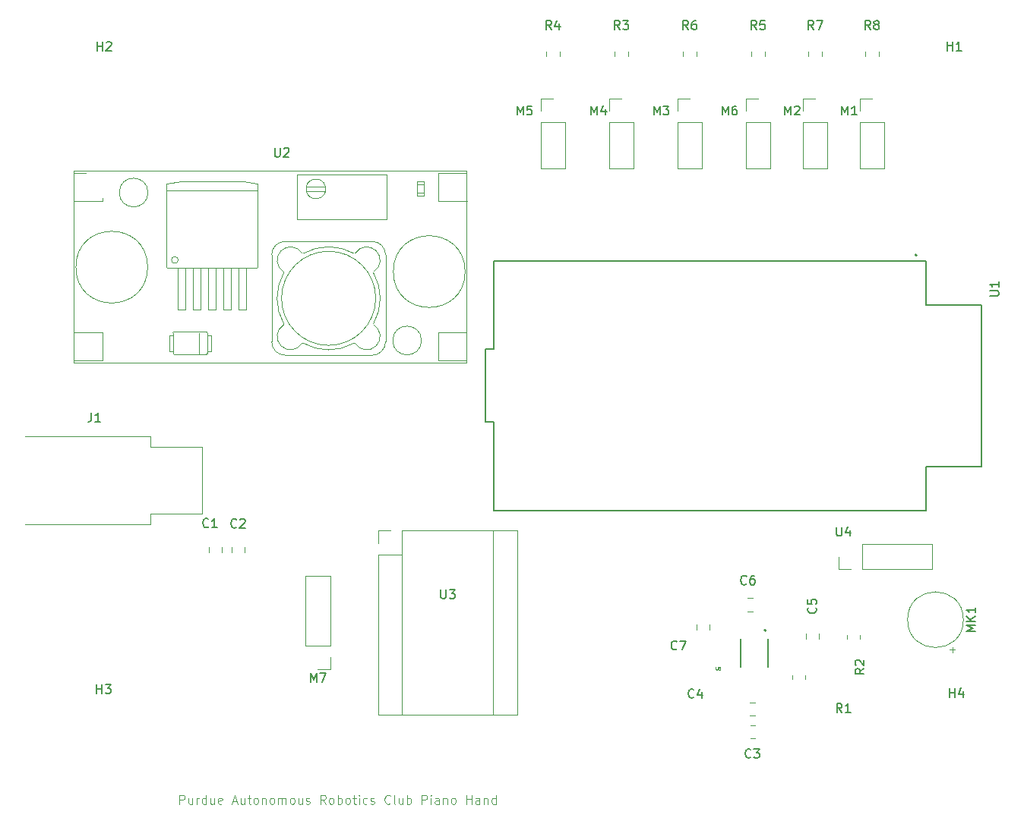
<source format=gto>
%TF.GenerationSoftware,KiCad,Pcbnew,9.0.4*%
%TF.CreationDate,2025-11-20T23:01:34-05:00*%
%TF.ProjectId,Hand_System_Rev_1,48616e64-5f53-4797-9374-656d5f526576,rev?*%
%TF.SameCoordinates,Original*%
%TF.FileFunction,Legend,Top*%
%TF.FilePolarity,Positive*%
%FSLAX46Y46*%
G04 Gerber Fmt 4.6, Leading zero omitted, Abs format (unit mm)*
G04 Created by KiCad (PCBNEW 9.0.4) date 2025-11-20 23:01:34*
%MOMM*%
%LPD*%
G01*
G04 APERTURE LIST*
%ADD10C,0.100000*%
%ADD11C,0.150000*%
%ADD12C,0.080000*%
%ADD13C,0.120000*%
%ADD14C,0.127000*%
%ADD15C,0.200000*%
G04 APERTURE END LIST*
D10*
X110158884Y-135127419D02*
X110158884Y-134127419D01*
X110158884Y-134127419D02*
X110539836Y-134127419D01*
X110539836Y-134127419D02*
X110635074Y-134175038D01*
X110635074Y-134175038D02*
X110682693Y-134222657D01*
X110682693Y-134222657D02*
X110730312Y-134317895D01*
X110730312Y-134317895D02*
X110730312Y-134460752D01*
X110730312Y-134460752D02*
X110682693Y-134555990D01*
X110682693Y-134555990D02*
X110635074Y-134603609D01*
X110635074Y-134603609D02*
X110539836Y-134651228D01*
X110539836Y-134651228D02*
X110158884Y-134651228D01*
X111587455Y-134460752D02*
X111587455Y-135127419D01*
X111158884Y-134460752D02*
X111158884Y-134984561D01*
X111158884Y-134984561D02*
X111206503Y-135079800D01*
X111206503Y-135079800D02*
X111301741Y-135127419D01*
X111301741Y-135127419D02*
X111444598Y-135127419D01*
X111444598Y-135127419D02*
X111539836Y-135079800D01*
X111539836Y-135079800D02*
X111587455Y-135032180D01*
X112063646Y-135127419D02*
X112063646Y-134460752D01*
X112063646Y-134651228D02*
X112111265Y-134555990D01*
X112111265Y-134555990D02*
X112158884Y-134508371D01*
X112158884Y-134508371D02*
X112254122Y-134460752D01*
X112254122Y-134460752D02*
X112349360Y-134460752D01*
X113111265Y-135127419D02*
X113111265Y-134127419D01*
X113111265Y-135079800D02*
X113016027Y-135127419D01*
X113016027Y-135127419D02*
X112825551Y-135127419D01*
X112825551Y-135127419D02*
X112730313Y-135079800D01*
X112730313Y-135079800D02*
X112682694Y-135032180D01*
X112682694Y-135032180D02*
X112635075Y-134936942D01*
X112635075Y-134936942D02*
X112635075Y-134651228D01*
X112635075Y-134651228D02*
X112682694Y-134555990D01*
X112682694Y-134555990D02*
X112730313Y-134508371D01*
X112730313Y-134508371D02*
X112825551Y-134460752D01*
X112825551Y-134460752D02*
X113016027Y-134460752D01*
X113016027Y-134460752D02*
X113111265Y-134508371D01*
X114016027Y-134460752D02*
X114016027Y-135127419D01*
X113587456Y-134460752D02*
X113587456Y-134984561D01*
X113587456Y-134984561D02*
X113635075Y-135079800D01*
X113635075Y-135079800D02*
X113730313Y-135127419D01*
X113730313Y-135127419D02*
X113873170Y-135127419D01*
X113873170Y-135127419D02*
X113968408Y-135079800D01*
X113968408Y-135079800D02*
X114016027Y-135032180D01*
X114873170Y-135079800D02*
X114777932Y-135127419D01*
X114777932Y-135127419D02*
X114587456Y-135127419D01*
X114587456Y-135127419D02*
X114492218Y-135079800D01*
X114492218Y-135079800D02*
X114444599Y-134984561D01*
X114444599Y-134984561D02*
X114444599Y-134603609D01*
X114444599Y-134603609D02*
X114492218Y-134508371D01*
X114492218Y-134508371D02*
X114587456Y-134460752D01*
X114587456Y-134460752D02*
X114777932Y-134460752D01*
X114777932Y-134460752D02*
X114873170Y-134508371D01*
X114873170Y-134508371D02*
X114920789Y-134603609D01*
X114920789Y-134603609D02*
X114920789Y-134698847D01*
X114920789Y-134698847D02*
X114444599Y-134794085D01*
X116063647Y-134841704D02*
X116539837Y-134841704D01*
X115968409Y-135127419D02*
X116301742Y-134127419D01*
X116301742Y-134127419D02*
X116635075Y-135127419D01*
X117396980Y-134460752D02*
X117396980Y-135127419D01*
X116968409Y-134460752D02*
X116968409Y-134984561D01*
X116968409Y-134984561D02*
X117016028Y-135079800D01*
X117016028Y-135079800D02*
X117111266Y-135127419D01*
X117111266Y-135127419D02*
X117254123Y-135127419D01*
X117254123Y-135127419D02*
X117349361Y-135079800D01*
X117349361Y-135079800D02*
X117396980Y-135032180D01*
X117730314Y-134460752D02*
X118111266Y-134460752D01*
X117873171Y-134127419D02*
X117873171Y-134984561D01*
X117873171Y-134984561D02*
X117920790Y-135079800D01*
X117920790Y-135079800D02*
X118016028Y-135127419D01*
X118016028Y-135127419D02*
X118111266Y-135127419D01*
X118587457Y-135127419D02*
X118492219Y-135079800D01*
X118492219Y-135079800D02*
X118444600Y-135032180D01*
X118444600Y-135032180D02*
X118396981Y-134936942D01*
X118396981Y-134936942D02*
X118396981Y-134651228D01*
X118396981Y-134651228D02*
X118444600Y-134555990D01*
X118444600Y-134555990D02*
X118492219Y-134508371D01*
X118492219Y-134508371D02*
X118587457Y-134460752D01*
X118587457Y-134460752D02*
X118730314Y-134460752D01*
X118730314Y-134460752D02*
X118825552Y-134508371D01*
X118825552Y-134508371D02*
X118873171Y-134555990D01*
X118873171Y-134555990D02*
X118920790Y-134651228D01*
X118920790Y-134651228D02*
X118920790Y-134936942D01*
X118920790Y-134936942D02*
X118873171Y-135032180D01*
X118873171Y-135032180D02*
X118825552Y-135079800D01*
X118825552Y-135079800D02*
X118730314Y-135127419D01*
X118730314Y-135127419D02*
X118587457Y-135127419D01*
X119349362Y-134460752D02*
X119349362Y-135127419D01*
X119349362Y-134555990D02*
X119396981Y-134508371D01*
X119396981Y-134508371D02*
X119492219Y-134460752D01*
X119492219Y-134460752D02*
X119635076Y-134460752D01*
X119635076Y-134460752D02*
X119730314Y-134508371D01*
X119730314Y-134508371D02*
X119777933Y-134603609D01*
X119777933Y-134603609D02*
X119777933Y-135127419D01*
X120396981Y-135127419D02*
X120301743Y-135079800D01*
X120301743Y-135079800D02*
X120254124Y-135032180D01*
X120254124Y-135032180D02*
X120206505Y-134936942D01*
X120206505Y-134936942D02*
X120206505Y-134651228D01*
X120206505Y-134651228D02*
X120254124Y-134555990D01*
X120254124Y-134555990D02*
X120301743Y-134508371D01*
X120301743Y-134508371D02*
X120396981Y-134460752D01*
X120396981Y-134460752D02*
X120539838Y-134460752D01*
X120539838Y-134460752D02*
X120635076Y-134508371D01*
X120635076Y-134508371D02*
X120682695Y-134555990D01*
X120682695Y-134555990D02*
X120730314Y-134651228D01*
X120730314Y-134651228D02*
X120730314Y-134936942D01*
X120730314Y-134936942D02*
X120682695Y-135032180D01*
X120682695Y-135032180D02*
X120635076Y-135079800D01*
X120635076Y-135079800D02*
X120539838Y-135127419D01*
X120539838Y-135127419D02*
X120396981Y-135127419D01*
X121158886Y-135127419D02*
X121158886Y-134460752D01*
X121158886Y-134555990D02*
X121206505Y-134508371D01*
X121206505Y-134508371D02*
X121301743Y-134460752D01*
X121301743Y-134460752D02*
X121444600Y-134460752D01*
X121444600Y-134460752D02*
X121539838Y-134508371D01*
X121539838Y-134508371D02*
X121587457Y-134603609D01*
X121587457Y-134603609D02*
X121587457Y-135127419D01*
X121587457Y-134603609D02*
X121635076Y-134508371D01*
X121635076Y-134508371D02*
X121730314Y-134460752D01*
X121730314Y-134460752D02*
X121873171Y-134460752D01*
X121873171Y-134460752D02*
X121968410Y-134508371D01*
X121968410Y-134508371D02*
X122016029Y-134603609D01*
X122016029Y-134603609D02*
X122016029Y-135127419D01*
X122635076Y-135127419D02*
X122539838Y-135079800D01*
X122539838Y-135079800D02*
X122492219Y-135032180D01*
X122492219Y-135032180D02*
X122444600Y-134936942D01*
X122444600Y-134936942D02*
X122444600Y-134651228D01*
X122444600Y-134651228D02*
X122492219Y-134555990D01*
X122492219Y-134555990D02*
X122539838Y-134508371D01*
X122539838Y-134508371D02*
X122635076Y-134460752D01*
X122635076Y-134460752D02*
X122777933Y-134460752D01*
X122777933Y-134460752D02*
X122873171Y-134508371D01*
X122873171Y-134508371D02*
X122920790Y-134555990D01*
X122920790Y-134555990D02*
X122968409Y-134651228D01*
X122968409Y-134651228D02*
X122968409Y-134936942D01*
X122968409Y-134936942D02*
X122920790Y-135032180D01*
X122920790Y-135032180D02*
X122873171Y-135079800D01*
X122873171Y-135079800D02*
X122777933Y-135127419D01*
X122777933Y-135127419D02*
X122635076Y-135127419D01*
X123825552Y-134460752D02*
X123825552Y-135127419D01*
X123396981Y-134460752D02*
X123396981Y-134984561D01*
X123396981Y-134984561D02*
X123444600Y-135079800D01*
X123444600Y-135079800D02*
X123539838Y-135127419D01*
X123539838Y-135127419D02*
X123682695Y-135127419D01*
X123682695Y-135127419D02*
X123777933Y-135079800D01*
X123777933Y-135079800D02*
X123825552Y-135032180D01*
X124254124Y-135079800D02*
X124349362Y-135127419D01*
X124349362Y-135127419D02*
X124539838Y-135127419D01*
X124539838Y-135127419D02*
X124635076Y-135079800D01*
X124635076Y-135079800D02*
X124682695Y-134984561D01*
X124682695Y-134984561D02*
X124682695Y-134936942D01*
X124682695Y-134936942D02*
X124635076Y-134841704D01*
X124635076Y-134841704D02*
X124539838Y-134794085D01*
X124539838Y-134794085D02*
X124396981Y-134794085D01*
X124396981Y-134794085D02*
X124301743Y-134746466D01*
X124301743Y-134746466D02*
X124254124Y-134651228D01*
X124254124Y-134651228D02*
X124254124Y-134603609D01*
X124254124Y-134603609D02*
X124301743Y-134508371D01*
X124301743Y-134508371D02*
X124396981Y-134460752D01*
X124396981Y-134460752D02*
X124539838Y-134460752D01*
X124539838Y-134460752D02*
X124635076Y-134508371D01*
X126444600Y-135127419D02*
X126111267Y-134651228D01*
X125873172Y-135127419D02*
X125873172Y-134127419D01*
X125873172Y-134127419D02*
X126254124Y-134127419D01*
X126254124Y-134127419D02*
X126349362Y-134175038D01*
X126349362Y-134175038D02*
X126396981Y-134222657D01*
X126396981Y-134222657D02*
X126444600Y-134317895D01*
X126444600Y-134317895D02*
X126444600Y-134460752D01*
X126444600Y-134460752D02*
X126396981Y-134555990D01*
X126396981Y-134555990D02*
X126349362Y-134603609D01*
X126349362Y-134603609D02*
X126254124Y-134651228D01*
X126254124Y-134651228D02*
X125873172Y-134651228D01*
X127016029Y-135127419D02*
X126920791Y-135079800D01*
X126920791Y-135079800D02*
X126873172Y-135032180D01*
X126873172Y-135032180D02*
X126825553Y-134936942D01*
X126825553Y-134936942D02*
X126825553Y-134651228D01*
X126825553Y-134651228D02*
X126873172Y-134555990D01*
X126873172Y-134555990D02*
X126920791Y-134508371D01*
X126920791Y-134508371D02*
X127016029Y-134460752D01*
X127016029Y-134460752D02*
X127158886Y-134460752D01*
X127158886Y-134460752D02*
X127254124Y-134508371D01*
X127254124Y-134508371D02*
X127301743Y-134555990D01*
X127301743Y-134555990D02*
X127349362Y-134651228D01*
X127349362Y-134651228D02*
X127349362Y-134936942D01*
X127349362Y-134936942D02*
X127301743Y-135032180D01*
X127301743Y-135032180D02*
X127254124Y-135079800D01*
X127254124Y-135079800D02*
X127158886Y-135127419D01*
X127158886Y-135127419D02*
X127016029Y-135127419D01*
X127777934Y-135127419D02*
X127777934Y-134127419D01*
X127777934Y-134508371D02*
X127873172Y-134460752D01*
X127873172Y-134460752D02*
X128063648Y-134460752D01*
X128063648Y-134460752D02*
X128158886Y-134508371D01*
X128158886Y-134508371D02*
X128206505Y-134555990D01*
X128206505Y-134555990D02*
X128254124Y-134651228D01*
X128254124Y-134651228D02*
X128254124Y-134936942D01*
X128254124Y-134936942D02*
X128206505Y-135032180D01*
X128206505Y-135032180D02*
X128158886Y-135079800D01*
X128158886Y-135079800D02*
X128063648Y-135127419D01*
X128063648Y-135127419D02*
X127873172Y-135127419D01*
X127873172Y-135127419D02*
X127777934Y-135079800D01*
X128825553Y-135127419D02*
X128730315Y-135079800D01*
X128730315Y-135079800D02*
X128682696Y-135032180D01*
X128682696Y-135032180D02*
X128635077Y-134936942D01*
X128635077Y-134936942D02*
X128635077Y-134651228D01*
X128635077Y-134651228D02*
X128682696Y-134555990D01*
X128682696Y-134555990D02*
X128730315Y-134508371D01*
X128730315Y-134508371D02*
X128825553Y-134460752D01*
X128825553Y-134460752D02*
X128968410Y-134460752D01*
X128968410Y-134460752D02*
X129063648Y-134508371D01*
X129063648Y-134508371D02*
X129111267Y-134555990D01*
X129111267Y-134555990D02*
X129158886Y-134651228D01*
X129158886Y-134651228D02*
X129158886Y-134936942D01*
X129158886Y-134936942D02*
X129111267Y-135032180D01*
X129111267Y-135032180D02*
X129063648Y-135079800D01*
X129063648Y-135079800D02*
X128968410Y-135127419D01*
X128968410Y-135127419D02*
X128825553Y-135127419D01*
X129444601Y-134460752D02*
X129825553Y-134460752D01*
X129587458Y-134127419D02*
X129587458Y-134984561D01*
X129587458Y-134984561D02*
X129635077Y-135079800D01*
X129635077Y-135079800D02*
X129730315Y-135127419D01*
X129730315Y-135127419D02*
X129825553Y-135127419D01*
X130158887Y-135127419D02*
X130158887Y-134460752D01*
X130158887Y-134127419D02*
X130111268Y-134175038D01*
X130111268Y-134175038D02*
X130158887Y-134222657D01*
X130158887Y-134222657D02*
X130206506Y-134175038D01*
X130206506Y-134175038D02*
X130158887Y-134127419D01*
X130158887Y-134127419D02*
X130158887Y-134222657D01*
X131063648Y-135079800D02*
X130968410Y-135127419D01*
X130968410Y-135127419D02*
X130777934Y-135127419D01*
X130777934Y-135127419D02*
X130682696Y-135079800D01*
X130682696Y-135079800D02*
X130635077Y-135032180D01*
X130635077Y-135032180D02*
X130587458Y-134936942D01*
X130587458Y-134936942D02*
X130587458Y-134651228D01*
X130587458Y-134651228D02*
X130635077Y-134555990D01*
X130635077Y-134555990D02*
X130682696Y-134508371D01*
X130682696Y-134508371D02*
X130777934Y-134460752D01*
X130777934Y-134460752D02*
X130968410Y-134460752D01*
X130968410Y-134460752D02*
X131063648Y-134508371D01*
X131444601Y-135079800D02*
X131539839Y-135127419D01*
X131539839Y-135127419D02*
X131730315Y-135127419D01*
X131730315Y-135127419D02*
X131825553Y-135079800D01*
X131825553Y-135079800D02*
X131873172Y-134984561D01*
X131873172Y-134984561D02*
X131873172Y-134936942D01*
X131873172Y-134936942D02*
X131825553Y-134841704D01*
X131825553Y-134841704D02*
X131730315Y-134794085D01*
X131730315Y-134794085D02*
X131587458Y-134794085D01*
X131587458Y-134794085D02*
X131492220Y-134746466D01*
X131492220Y-134746466D02*
X131444601Y-134651228D01*
X131444601Y-134651228D02*
X131444601Y-134603609D01*
X131444601Y-134603609D02*
X131492220Y-134508371D01*
X131492220Y-134508371D02*
X131587458Y-134460752D01*
X131587458Y-134460752D02*
X131730315Y-134460752D01*
X131730315Y-134460752D02*
X131825553Y-134508371D01*
X133635077Y-135032180D02*
X133587458Y-135079800D01*
X133587458Y-135079800D02*
X133444601Y-135127419D01*
X133444601Y-135127419D02*
X133349363Y-135127419D01*
X133349363Y-135127419D02*
X133206506Y-135079800D01*
X133206506Y-135079800D02*
X133111268Y-134984561D01*
X133111268Y-134984561D02*
X133063649Y-134889323D01*
X133063649Y-134889323D02*
X133016030Y-134698847D01*
X133016030Y-134698847D02*
X133016030Y-134555990D01*
X133016030Y-134555990D02*
X133063649Y-134365514D01*
X133063649Y-134365514D02*
X133111268Y-134270276D01*
X133111268Y-134270276D02*
X133206506Y-134175038D01*
X133206506Y-134175038D02*
X133349363Y-134127419D01*
X133349363Y-134127419D02*
X133444601Y-134127419D01*
X133444601Y-134127419D02*
X133587458Y-134175038D01*
X133587458Y-134175038D02*
X133635077Y-134222657D01*
X134206506Y-135127419D02*
X134111268Y-135079800D01*
X134111268Y-135079800D02*
X134063649Y-134984561D01*
X134063649Y-134984561D02*
X134063649Y-134127419D01*
X135016030Y-134460752D02*
X135016030Y-135127419D01*
X134587459Y-134460752D02*
X134587459Y-134984561D01*
X134587459Y-134984561D02*
X134635078Y-135079800D01*
X134635078Y-135079800D02*
X134730316Y-135127419D01*
X134730316Y-135127419D02*
X134873173Y-135127419D01*
X134873173Y-135127419D02*
X134968411Y-135079800D01*
X134968411Y-135079800D02*
X135016030Y-135032180D01*
X135492221Y-135127419D02*
X135492221Y-134127419D01*
X135492221Y-134508371D02*
X135587459Y-134460752D01*
X135587459Y-134460752D02*
X135777935Y-134460752D01*
X135777935Y-134460752D02*
X135873173Y-134508371D01*
X135873173Y-134508371D02*
X135920792Y-134555990D01*
X135920792Y-134555990D02*
X135968411Y-134651228D01*
X135968411Y-134651228D02*
X135968411Y-134936942D01*
X135968411Y-134936942D02*
X135920792Y-135032180D01*
X135920792Y-135032180D02*
X135873173Y-135079800D01*
X135873173Y-135079800D02*
X135777935Y-135127419D01*
X135777935Y-135127419D02*
X135587459Y-135127419D01*
X135587459Y-135127419D02*
X135492221Y-135079800D01*
X137158888Y-135127419D02*
X137158888Y-134127419D01*
X137158888Y-134127419D02*
X137539840Y-134127419D01*
X137539840Y-134127419D02*
X137635078Y-134175038D01*
X137635078Y-134175038D02*
X137682697Y-134222657D01*
X137682697Y-134222657D02*
X137730316Y-134317895D01*
X137730316Y-134317895D02*
X137730316Y-134460752D01*
X137730316Y-134460752D02*
X137682697Y-134555990D01*
X137682697Y-134555990D02*
X137635078Y-134603609D01*
X137635078Y-134603609D02*
X137539840Y-134651228D01*
X137539840Y-134651228D02*
X137158888Y-134651228D01*
X138158888Y-135127419D02*
X138158888Y-134460752D01*
X138158888Y-134127419D02*
X138111269Y-134175038D01*
X138111269Y-134175038D02*
X138158888Y-134222657D01*
X138158888Y-134222657D02*
X138206507Y-134175038D01*
X138206507Y-134175038D02*
X138158888Y-134127419D01*
X138158888Y-134127419D02*
X138158888Y-134222657D01*
X139063649Y-135127419D02*
X139063649Y-134603609D01*
X139063649Y-134603609D02*
X139016030Y-134508371D01*
X139016030Y-134508371D02*
X138920792Y-134460752D01*
X138920792Y-134460752D02*
X138730316Y-134460752D01*
X138730316Y-134460752D02*
X138635078Y-134508371D01*
X139063649Y-135079800D02*
X138968411Y-135127419D01*
X138968411Y-135127419D02*
X138730316Y-135127419D01*
X138730316Y-135127419D02*
X138635078Y-135079800D01*
X138635078Y-135079800D02*
X138587459Y-134984561D01*
X138587459Y-134984561D02*
X138587459Y-134889323D01*
X138587459Y-134889323D02*
X138635078Y-134794085D01*
X138635078Y-134794085D02*
X138730316Y-134746466D01*
X138730316Y-134746466D02*
X138968411Y-134746466D01*
X138968411Y-134746466D02*
X139063649Y-134698847D01*
X139539840Y-134460752D02*
X139539840Y-135127419D01*
X139539840Y-134555990D02*
X139587459Y-134508371D01*
X139587459Y-134508371D02*
X139682697Y-134460752D01*
X139682697Y-134460752D02*
X139825554Y-134460752D01*
X139825554Y-134460752D02*
X139920792Y-134508371D01*
X139920792Y-134508371D02*
X139968411Y-134603609D01*
X139968411Y-134603609D02*
X139968411Y-135127419D01*
X140587459Y-135127419D02*
X140492221Y-135079800D01*
X140492221Y-135079800D02*
X140444602Y-135032180D01*
X140444602Y-135032180D02*
X140396983Y-134936942D01*
X140396983Y-134936942D02*
X140396983Y-134651228D01*
X140396983Y-134651228D02*
X140444602Y-134555990D01*
X140444602Y-134555990D02*
X140492221Y-134508371D01*
X140492221Y-134508371D02*
X140587459Y-134460752D01*
X140587459Y-134460752D02*
X140730316Y-134460752D01*
X140730316Y-134460752D02*
X140825554Y-134508371D01*
X140825554Y-134508371D02*
X140873173Y-134555990D01*
X140873173Y-134555990D02*
X140920792Y-134651228D01*
X140920792Y-134651228D02*
X140920792Y-134936942D01*
X140920792Y-134936942D02*
X140873173Y-135032180D01*
X140873173Y-135032180D02*
X140825554Y-135079800D01*
X140825554Y-135079800D02*
X140730316Y-135127419D01*
X140730316Y-135127419D02*
X140587459Y-135127419D01*
X142111269Y-135127419D02*
X142111269Y-134127419D01*
X142111269Y-134603609D02*
X142682697Y-134603609D01*
X142682697Y-135127419D02*
X142682697Y-134127419D01*
X143587459Y-135127419D02*
X143587459Y-134603609D01*
X143587459Y-134603609D02*
X143539840Y-134508371D01*
X143539840Y-134508371D02*
X143444602Y-134460752D01*
X143444602Y-134460752D02*
X143254126Y-134460752D01*
X143254126Y-134460752D02*
X143158888Y-134508371D01*
X143587459Y-135079800D02*
X143492221Y-135127419D01*
X143492221Y-135127419D02*
X143254126Y-135127419D01*
X143254126Y-135127419D02*
X143158888Y-135079800D01*
X143158888Y-135079800D02*
X143111269Y-134984561D01*
X143111269Y-134984561D02*
X143111269Y-134889323D01*
X143111269Y-134889323D02*
X143158888Y-134794085D01*
X143158888Y-134794085D02*
X143254126Y-134746466D01*
X143254126Y-134746466D02*
X143492221Y-134746466D01*
X143492221Y-134746466D02*
X143587459Y-134698847D01*
X144063650Y-134460752D02*
X144063650Y-135127419D01*
X144063650Y-134555990D02*
X144111269Y-134508371D01*
X144111269Y-134508371D02*
X144206507Y-134460752D01*
X144206507Y-134460752D02*
X144349364Y-134460752D01*
X144349364Y-134460752D02*
X144444602Y-134508371D01*
X144444602Y-134508371D02*
X144492221Y-134603609D01*
X144492221Y-134603609D02*
X144492221Y-135127419D01*
X145396983Y-135127419D02*
X145396983Y-134127419D01*
X145396983Y-135079800D02*
X145301745Y-135127419D01*
X145301745Y-135127419D02*
X145111269Y-135127419D01*
X145111269Y-135127419D02*
X145016031Y-135079800D01*
X145016031Y-135079800D02*
X144968412Y-135032180D01*
X144968412Y-135032180D02*
X144920793Y-134936942D01*
X144920793Y-134936942D02*
X144920793Y-134651228D01*
X144920793Y-134651228D02*
X144968412Y-134555990D01*
X144968412Y-134555990D02*
X145016031Y-134508371D01*
X145016031Y-134508371D02*
X145111269Y-134460752D01*
X145111269Y-134460752D02*
X145301745Y-134460752D01*
X145301745Y-134460752D02*
X145396983Y-134508371D01*
D11*
X147780476Y-58239819D02*
X147780476Y-57239819D01*
X147780476Y-57239819D02*
X148113809Y-57954104D01*
X148113809Y-57954104D02*
X148447142Y-57239819D01*
X148447142Y-57239819D02*
X148447142Y-58239819D01*
X149399523Y-57239819D02*
X148923333Y-57239819D01*
X148923333Y-57239819D02*
X148875714Y-57716009D01*
X148875714Y-57716009D02*
X148923333Y-57668390D01*
X148923333Y-57668390D02*
X149018571Y-57620771D01*
X149018571Y-57620771D02*
X149256666Y-57620771D01*
X149256666Y-57620771D02*
X149351904Y-57668390D01*
X149351904Y-57668390D02*
X149399523Y-57716009D01*
X149399523Y-57716009D02*
X149447142Y-57811247D01*
X149447142Y-57811247D02*
X149447142Y-58049342D01*
X149447142Y-58049342D02*
X149399523Y-58144580D01*
X149399523Y-58144580D02*
X149351904Y-58192200D01*
X149351904Y-58192200D02*
X149256666Y-58239819D01*
X149256666Y-58239819D02*
X149018571Y-58239819D01*
X149018571Y-58239819D02*
X148923333Y-58192200D01*
X148923333Y-58192200D02*
X148875714Y-58144580D01*
X159218333Y-48714819D02*
X158885000Y-48238628D01*
X158646905Y-48714819D02*
X158646905Y-47714819D01*
X158646905Y-47714819D02*
X159027857Y-47714819D01*
X159027857Y-47714819D02*
X159123095Y-47762438D01*
X159123095Y-47762438D02*
X159170714Y-47810057D01*
X159170714Y-47810057D02*
X159218333Y-47905295D01*
X159218333Y-47905295D02*
X159218333Y-48048152D01*
X159218333Y-48048152D02*
X159170714Y-48143390D01*
X159170714Y-48143390D02*
X159123095Y-48191009D01*
X159123095Y-48191009D02*
X159027857Y-48238628D01*
X159027857Y-48238628D02*
X158646905Y-48238628D01*
X159551667Y-47714819D02*
X160170714Y-47714819D01*
X160170714Y-47714819D02*
X159837381Y-48095771D01*
X159837381Y-48095771D02*
X159980238Y-48095771D01*
X159980238Y-48095771D02*
X160075476Y-48143390D01*
X160075476Y-48143390D02*
X160123095Y-48191009D01*
X160123095Y-48191009D02*
X160170714Y-48286247D01*
X160170714Y-48286247D02*
X160170714Y-48524342D01*
X160170714Y-48524342D02*
X160123095Y-48619580D01*
X160123095Y-48619580D02*
X160075476Y-48667200D01*
X160075476Y-48667200D02*
X159980238Y-48714819D01*
X159980238Y-48714819D02*
X159694524Y-48714819D01*
X159694524Y-48714819D02*
X159599286Y-48667200D01*
X159599286Y-48667200D02*
X159551667Y-48619580D01*
X156035476Y-58239819D02*
X156035476Y-57239819D01*
X156035476Y-57239819D02*
X156368809Y-57954104D01*
X156368809Y-57954104D02*
X156702142Y-57239819D01*
X156702142Y-57239819D02*
X156702142Y-58239819D01*
X157606904Y-57573152D02*
X157606904Y-58239819D01*
X157368809Y-57192200D02*
X157130714Y-57906485D01*
X157130714Y-57906485D02*
X157749761Y-57906485D01*
X187158333Y-48714819D02*
X186825000Y-48238628D01*
X186586905Y-48714819D02*
X186586905Y-47714819D01*
X186586905Y-47714819D02*
X186967857Y-47714819D01*
X186967857Y-47714819D02*
X187063095Y-47762438D01*
X187063095Y-47762438D02*
X187110714Y-47810057D01*
X187110714Y-47810057D02*
X187158333Y-47905295D01*
X187158333Y-47905295D02*
X187158333Y-48048152D01*
X187158333Y-48048152D02*
X187110714Y-48143390D01*
X187110714Y-48143390D02*
X187063095Y-48191009D01*
X187063095Y-48191009D02*
X186967857Y-48238628D01*
X186967857Y-48238628D02*
X186586905Y-48238628D01*
X187729762Y-48143390D02*
X187634524Y-48095771D01*
X187634524Y-48095771D02*
X187586905Y-48048152D01*
X187586905Y-48048152D02*
X187539286Y-47952914D01*
X187539286Y-47952914D02*
X187539286Y-47905295D01*
X187539286Y-47905295D02*
X187586905Y-47810057D01*
X187586905Y-47810057D02*
X187634524Y-47762438D01*
X187634524Y-47762438D02*
X187729762Y-47714819D01*
X187729762Y-47714819D02*
X187920238Y-47714819D01*
X187920238Y-47714819D02*
X188015476Y-47762438D01*
X188015476Y-47762438D02*
X188063095Y-47810057D01*
X188063095Y-47810057D02*
X188110714Y-47905295D01*
X188110714Y-47905295D02*
X188110714Y-47952914D01*
X188110714Y-47952914D02*
X188063095Y-48048152D01*
X188063095Y-48048152D02*
X188015476Y-48095771D01*
X188015476Y-48095771D02*
X187920238Y-48143390D01*
X187920238Y-48143390D02*
X187729762Y-48143390D01*
X187729762Y-48143390D02*
X187634524Y-48191009D01*
X187634524Y-48191009D02*
X187586905Y-48238628D01*
X187586905Y-48238628D02*
X187539286Y-48333866D01*
X187539286Y-48333866D02*
X187539286Y-48524342D01*
X187539286Y-48524342D02*
X187586905Y-48619580D01*
X187586905Y-48619580D02*
X187634524Y-48667200D01*
X187634524Y-48667200D02*
X187729762Y-48714819D01*
X187729762Y-48714819D02*
X187920238Y-48714819D01*
X187920238Y-48714819D02*
X188015476Y-48667200D01*
X188015476Y-48667200D02*
X188063095Y-48619580D01*
X188063095Y-48619580D02*
X188110714Y-48524342D01*
X188110714Y-48524342D02*
X188110714Y-48333866D01*
X188110714Y-48333866D02*
X188063095Y-48238628D01*
X188063095Y-48238628D02*
X188015476Y-48191009D01*
X188015476Y-48191009D02*
X187920238Y-48143390D01*
X180808333Y-48714819D02*
X180475000Y-48238628D01*
X180236905Y-48714819D02*
X180236905Y-47714819D01*
X180236905Y-47714819D02*
X180617857Y-47714819D01*
X180617857Y-47714819D02*
X180713095Y-47762438D01*
X180713095Y-47762438D02*
X180760714Y-47810057D01*
X180760714Y-47810057D02*
X180808333Y-47905295D01*
X180808333Y-47905295D02*
X180808333Y-48048152D01*
X180808333Y-48048152D02*
X180760714Y-48143390D01*
X180760714Y-48143390D02*
X180713095Y-48191009D01*
X180713095Y-48191009D02*
X180617857Y-48238628D01*
X180617857Y-48238628D02*
X180236905Y-48238628D01*
X181141667Y-47714819D02*
X181808333Y-47714819D01*
X181808333Y-47714819D02*
X181379762Y-48714819D01*
X166838333Y-48714819D02*
X166505000Y-48238628D01*
X166266905Y-48714819D02*
X166266905Y-47714819D01*
X166266905Y-47714819D02*
X166647857Y-47714819D01*
X166647857Y-47714819D02*
X166743095Y-47762438D01*
X166743095Y-47762438D02*
X166790714Y-47810057D01*
X166790714Y-47810057D02*
X166838333Y-47905295D01*
X166838333Y-47905295D02*
X166838333Y-48048152D01*
X166838333Y-48048152D02*
X166790714Y-48143390D01*
X166790714Y-48143390D02*
X166743095Y-48191009D01*
X166743095Y-48191009D02*
X166647857Y-48238628D01*
X166647857Y-48238628D02*
X166266905Y-48238628D01*
X167695476Y-47714819D02*
X167505000Y-47714819D01*
X167505000Y-47714819D02*
X167409762Y-47762438D01*
X167409762Y-47762438D02*
X167362143Y-47810057D01*
X167362143Y-47810057D02*
X167266905Y-47952914D01*
X167266905Y-47952914D02*
X167219286Y-48143390D01*
X167219286Y-48143390D02*
X167219286Y-48524342D01*
X167219286Y-48524342D02*
X167266905Y-48619580D01*
X167266905Y-48619580D02*
X167314524Y-48667200D01*
X167314524Y-48667200D02*
X167409762Y-48714819D01*
X167409762Y-48714819D02*
X167600238Y-48714819D01*
X167600238Y-48714819D02*
X167695476Y-48667200D01*
X167695476Y-48667200D02*
X167743095Y-48619580D01*
X167743095Y-48619580D02*
X167790714Y-48524342D01*
X167790714Y-48524342D02*
X167790714Y-48286247D01*
X167790714Y-48286247D02*
X167743095Y-48191009D01*
X167743095Y-48191009D02*
X167695476Y-48143390D01*
X167695476Y-48143390D02*
X167600238Y-48095771D01*
X167600238Y-48095771D02*
X167409762Y-48095771D01*
X167409762Y-48095771D02*
X167314524Y-48143390D01*
X167314524Y-48143390D02*
X167266905Y-48191009D01*
X167266905Y-48191009D02*
X167219286Y-48286247D01*
X174458333Y-48714819D02*
X174125000Y-48238628D01*
X173886905Y-48714819D02*
X173886905Y-47714819D01*
X173886905Y-47714819D02*
X174267857Y-47714819D01*
X174267857Y-47714819D02*
X174363095Y-47762438D01*
X174363095Y-47762438D02*
X174410714Y-47810057D01*
X174410714Y-47810057D02*
X174458333Y-47905295D01*
X174458333Y-47905295D02*
X174458333Y-48048152D01*
X174458333Y-48048152D02*
X174410714Y-48143390D01*
X174410714Y-48143390D02*
X174363095Y-48191009D01*
X174363095Y-48191009D02*
X174267857Y-48238628D01*
X174267857Y-48238628D02*
X173886905Y-48238628D01*
X175363095Y-47714819D02*
X174886905Y-47714819D01*
X174886905Y-47714819D02*
X174839286Y-48191009D01*
X174839286Y-48191009D02*
X174886905Y-48143390D01*
X174886905Y-48143390D02*
X174982143Y-48095771D01*
X174982143Y-48095771D02*
X175220238Y-48095771D01*
X175220238Y-48095771D02*
X175315476Y-48143390D01*
X175315476Y-48143390D02*
X175363095Y-48191009D01*
X175363095Y-48191009D02*
X175410714Y-48286247D01*
X175410714Y-48286247D02*
X175410714Y-48524342D01*
X175410714Y-48524342D02*
X175363095Y-48619580D01*
X175363095Y-48619580D02*
X175315476Y-48667200D01*
X175315476Y-48667200D02*
X175220238Y-48714819D01*
X175220238Y-48714819D02*
X174982143Y-48714819D01*
X174982143Y-48714819D02*
X174886905Y-48667200D01*
X174886905Y-48667200D02*
X174839286Y-48619580D01*
X151598333Y-48714819D02*
X151265000Y-48238628D01*
X151026905Y-48714819D02*
X151026905Y-47714819D01*
X151026905Y-47714819D02*
X151407857Y-47714819D01*
X151407857Y-47714819D02*
X151503095Y-47762438D01*
X151503095Y-47762438D02*
X151550714Y-47810057D01*
X151550714Y-47810057D02*
X151598333Y-47905295D01*
X151598333Y-47905295D02*
X151598333Y-48048152D01*
X151598333Y-48048152D02*
X151550714Y-48143390D01*
X151550714Y-48143390D02*
X151503095Y-48191009D01*
X151503095Y-48191009D02*
X151407857Y-48238628D01*
X151407857Y-48238628D02*
X151026905Y-48238628D01*
X152455476Y-48048152D02*
X152455476Y-48714819D01*
X152217381Y-47667200D02*
X151979286Y-48381485D01*
X151979286Y-48381485D02*
X152598333Y-48381485D01*
X165568333Y-117834580D02*
X165520714Y-117882200D01*
X165520714Y-117882200D02*
X165377857Y-117929819D01*
X165377857Y-117929819D02*
X165282619Y-117929819D01*
X165282619Y-117929819D02*
X165139762Y-117882200D01*
X165139762Y-117882200D02*
X165044524Y-117786961D01*
X165044524Y-117786961D02*
X164996905Y-117691723D01*
X164996905Y-117691723D02*
X164949286Y-117501247D01*
X164949286Y-117501247D02*
X164949286Y-117358390D01*
X164949286Y-117358390D02*
X164996905Y-117167914D01*
X164996905Y-117167914D02*
X165044524Y-117072676D01*
X165044524Y-117072676D02*
X165139762Y-116977438D01*
X165139762Y-116977438D02*
X165282619Y-116929819D01*
X165282619Y-116929819D02*
X165377857Y-116929819D01*
X165377857Y-116929819D02*
X165520714Y-116977438D01*
X165520714Y-116977438D02*
X165568333Y-117025057D01*
X165901667Y-116929819D02*
X166568333Y-116929819D01*
X166568333Y-116929819D02*
X166139762Y-117929819D01*
X183388095Y-104229819D02*
X183388095Y-105039342D01*
X183388095Y-105039342D02*
X183435714Y-105134580D01*
X183435714Y-105134580D02*
X183483333Y-105182200D01*
X183483333Y-105182200D02*
X183578571Y-105229819D01*
X183578571Y-105229819D02*
X183769047Y-105229819D01*
X183769047Y-105229819D02*
X183864285Y-105182200D01*
X183864285Y-105182200D02*
X183911904Y-105134580D01*
X183911904Y-105134580D02*
X183959523Y-105039342D01*
X183959523Y-105039342D02*
X183959523Y-104229819D01*
X184864285Y-104563152D02*
X184864285Y-105229819D01*
X184626190Y-104182200D02*
X184388095Y-104896485D01*
X184388095Y-104896485D02*
X185007142Y-104896485D01*
X100334666Y-91474819D02*
X100334666Y-92189104D01*
X100334666Y-92189104D02*
X100287047Y-92331961D01*
X100287047Y-92331961D02*
X100191809Y-92427200D01*
X100191809Y-92427200D02*
X100048952Y-92474819D01*
X100048952Y-92474819D02*
X99953714Y-92474819D01*
X101334666Y-92474819D02*
X100763238Y-92474819D01*
X101048952Y-92474819D02*
X101048952Y-91474819D01*
X101048952Y-91474819D02*
X100953714Y-91617676D01*
X100953714Y-91617676D02*
X100858476Y-91712914D01*
X100858476Y-91712914D02*
X100763238Y-91760533D01*
X195988095Y-123204819D02*
X195988095Y-122204819D01*
X195988095Y-122681009D02*
X196559523Y-122681009D01*
X196559523Y-123204819D02*
X196559523Y-122204819D01*
X197464285Y-122538152D02*
X197464285Y-123204819D01*
X197226190Y-122157200D02*
X196988095Y-122871485D01*
X196988095Y-122871485D02*
X197607142Y-122871485D01*
X181059580Y-113216666D02*
X181107200Y-113264285D01*
X181107200Y-113264285D02*
X181154819Y-113407142D01*
X181154819Y-113407142D02*
X181154819Y-113502380D01*
X181154819Y-113502380D02*
X181107200Y-113645237D01*
X181107200Y-113645237D02*
X181011961Y-113740475D01*
X181011961Y-113740475D02*
X180916723Y-113788094D01*
X180916723Y-113788094D02*
X180726247Y-113835713D01*
X180726247Y-113835713D02*
X180583390Y-113835713D01*
X180583390Y-113835713D02*
X180392914Y-113788094D01*
X180392914Y-113788094D02*
X180297676Y-113740475D01*
X180297676Y-113740475D02*
X180202438Y-113645237D01*
X180202438Y-113645237D02*
X180154819Y-113502380D01*
X180154819Y-113502380D02*
X180154819Y-113407142D01*
X180154819Y-113407142D02*
X180202438Y-113264285D01*
X180202438Y-113264285D02*
X180250057Y-113216666D01*
X180154819Y-112311904D02*
X180154819Y-112788094D01*
X180154819Y-112788094D02*
X180631009Y-112835713D01*
X180631009Y-112835713D02*
X180583390Y-112788094D01*
X180583390Y-112788094D02*
X180535771Y-112692856D01*
X180535771Y-112692856D02*
X180535771Y-112454761D01*
X180535771Y-112454761D02*
X180583390Y-112359523D01*
X180583390Y-112359523D02*
X180631009Y-112311904D01*
X180631009Y-112311904D02*
X180726247Y-112264285D01*
X180726247Y-112264285D02*
X180964342Y-112264285D01*
X180964342Y-112264285D02*
X181059580Y-112311904D01*
X181059580Y-112311904D02*
X181107200Y-112359523D01*
X181107200Y-112359523D02*
X181154819Y-112454761D01*
X181154819Y-112454761D02*
X181154819Y-112692856D01*
X181154819Y-112692856D02*
X181107200Y-112788094D01*
X181107200Y-112788094D02*
X181059580Y-112835713D01*
X195738095Y-51054819D02*
X195738095Y-50054819D01*
X195738095Y-50531009D02*
X196309523Y-50531009D01*
X196309523Y-51054819D02*
X196309523Y-50054819D01*
X197309523Y-51054819D02*
X196738095Y-51054819D01*
X197023809Y-51054819D02*
X197023809Y-50054819D01*
X197023809Y-50054819D02*
X196928571Y-50197676D01*
X196928571Y-50197676D02*
X196833333Y-50292914D01*
X196833333Y-50292914D02*
X196738095Y-50340533D01*
D12*
X169936190Y-119838878D02*
X169936190Y-120097925D01*
X169936190Y-120097925D02*
X169951428Y-120128401D01*
X169951428Y-120128401D02*
X169966666Y-120143640D01*
X169966666Y-120143640D02*
X169997142Y-120158878D01*
X169997142Y-120158878D02*
X170058095Y-120158878D01*
X170058095Y-120158878D02*
X170088571Y-120143640D01*
X170088571Y-120143640D02*
X170103809Y-120128401D01*
X170103809Y-120128401D02*
X170119047Y-120097925D01*
X170119047Y-120097925D02*
X170119047Y-119838878D01*
X170423809Y-119838878D02*
X170271428Y-119838878D01*
X170271428Y-119838878D02*
X170256190Y-119991259D01*
X170256190Y-119991259D02*
X170271428Y-119976020D01*
X170271428Y-119976020D02*
X170301904Y-119960782D01*
X170301904Y-119960782D02*
X170378095Y-119960782D01*
X170378095Y-119960782D02*
X170408571Y-119976020D01*
X170408571Y-119976020D02*
X170423809Y-119991259D01*
X170423809Y-119991259D02*
X170439047Y-120021735D01*
X170439047Y-120021735D02*
X170439047Y-120097925D01*
X170439047Y-120097925D02*
X170423809Y-120128401D01*
X170423809Y-120128401D02*
X170408571Y-120143640D01*
X170408571Y-120143640D02*
X170378095Y-120158878D01*
X170378095Y-120158878D02*
X170301904Y-120158878D01*
X170301904Y-120158878D02*
X170271428Y-120143640D01*
X170271428Y-120143640D02*
X170256190Y-120128401D01*
D11*
X186435819Y-120016666D02*
X185959628Y-120349999D01*
X186435819Y-120588094D02*
X185435819Y-120588094D01*
X185435819Y-120588094D02*
X185435819Y-120207142D01*
X185435819Y-120207142D02*
X185483438Y-120111904D01*
X185483438Y-120111904D02*
X185531057Y-120064285D01*
X185531057Y-120064285D02*
X185626295Y-120016666D01*
X185626295Y-120016666D02*
X185769152Y-120016666D01*
X185769152Y-120016666D02*
X185864390Y-120064285D01*
X185864390Y-120064285D02*
X185912009Y-120111904D01*
X185912009Y-120111904D02*
X185959628Y-120207142D01*
X185959628Y-120207142D02*
X185959628Y-120588094D01*
X185531057Y-119635713D02*
X185483438Y-119588094D01*
X185483438Y-119588094D02*
X185435819Y-119492856D01*
X185435819Y-119492856D02*
X185435819Y-119254761D01*
X185435819Y-119254761D02*
X185483438Y-119159523D01*
X185483438Y-119159523D02*
X185531057Y-119111904D01*
X185531057Y-119111904D02*
X185626295Y-119064285D01*
X185626295Y-119064285D02*
X185721533Y-119064285D01*
X185721533Y-119064285D02*
X185864390Y-119111904D01*
X185864390Y-119111904D02*
X186435819Y-119683332D01*
X186435819Y-119683332D02*
X186435819Y-119064285D01*
X139272095Y-111214819D02*
X139272095Y-112024342D01*
X139272095Y-112024342D02*
X139319714Y-112119580D01*
X139319714Y-112119580D02*
X139367333Y-112167200D01*
X139367333Y-112167200D02*
X139462571Y-112214819D01*
X139462571Y-112214819D02*
X139653047Y-112214819D01*
X139653047Y-112214819D02*
X139748285Y-112167200D01*
X139748285Y-112167200D02*
X139795904Y-112119580D01*
X139795904Y-112119580D02*
X139843523Y-112024342D01*
X139843523Y-112024342D02*
X139843523Y-111214819D01*
X140224476Y-111214819D02*
X140843523Y-111214819D01*
X140843523Y-111214819D02*
X140510190Y-111595771D01*
X140510190Y-111595771D02*
X140653047Y-111595771D01*
X140653047Y-111595771D02*
X140748285Y-111643390D01*
X140748285Y-111643390D02*
X140795904Y-111691009D01*
X140795904Y-111691009D02*
X140843523Y-111786247D01*
X140843523Y-111786247D02*
X140843523Y-112024342D01*
X140843523Y-112024342D02*
X140795904Y-112119580D01*
X140795904Y-112119580D02*
X140748285Y-112167200D01*
X140748285Y-112167200D02*
X140653047Y-112214819D01*
X140653047Y-112214819D02*
X140367333Y-112214819D01*
X140367333Y-112214819D02*
X140272095Y-112167200D01*
X140272095Y-112167200D02*
X140224476Y-112119580D01*
X163020476Y-58239819D02*
X163020476Y-57239819D01*
X163020476Y-57239819D02*
X163353809Y-57954104D01*
X163353809Y-57954104D02*
X163687142Y-57239819D01*
X163687142Y-57239819D02*
X163687142Y-58239819D01*
X164068095Y-57239819D02*
X164687142Y-57239819D01*
X164687142Y-57239819D02*
X164353809Y-57620771D01*
X164353809Y-57620771D02*
X164496666Y-57620771D01*
X164496666Y-57620771D02*
X164591904Y-57668390D01*
X164591904Y-57668390D02*
X164639523Y-57716009D01*
X164639523Y-57716009D02*
X164687142Y-57811247D01*
X164687142Y-57811247D02*
X164687142Y-58049342D01*
X164687142Y-58049342D02*
X164639523Y-58144580D01*
X164639523Y-58144580D02*
X164591904Y-58192200D01*
X164591904Y-58192200D02*
X164496666Y-58239819D01*
X164496666Y-58239819D02*
X164210952Y-58239819D01*
X164210952Y-58239819D02*
X164115714Y-58192200D01*
X164115714Y-58192200D02*
X164068095Y-58144580D01*
X183983333Y-124914819D02*
X183650000Y-124438628D01*
X183411905Y-124914819D02*
X183411905Y-123914819D01*
X183411905Y-123914819D02*
X183792857Y-123914819D01*
X183792857Y-123914819D02*
X183888095Y-123962438D01*
X183888095Y-123962438D02*
X183935714Y-124010057D01*
X183935714Y-124010057D02*
X183983333Y-124105295D01*
X183983333Y-124105295D02*
X183983333Y-124248152D01*
X183983333Y-124248152D02*
X183935714Y-124343390D01*
X183935714Y-124343390D02*
X183888095Y-124391009D01*
X183888095Y-124391009D02*
X183792857Y-124438628D01*
X183792857Y-124438628D02*
X183411905Y-124438628D01*
X184935714Y-124914819D02*
X184364286Y-124914819D01*
X184650000Y-124914819D02*
X184650000Y-123914819D01*
X184650000Y-123914819D02*
X184554762Y-124057676D01*
X184554762Y-124057676D02*
X184459524Y-124152914D01*
X184459524Y-124152914D02*
X184364286Y-124200533D01*
X124746476Y-121534819D02*
X124746476Y-120534819D01*
X124746476Y-120534819D02*
X125079809Y-121249104D01*
X125079809Y-121249104D02*
X125413142Y-120534819D01*
X125413142Y-120534819D02*
X125413142Y-121534819D01*
X125794095Y-120534819D02*
X126460761Y-120534819D01*
X126460761Y-120534819D02*
X126032190Y-121534819D01*
X183975476Y-58239819D02*
X183975476Y-57239819D01*
X183975476Y-57239819D02*
X184308809Y-57954104D01*
X184308809Y-57954104D02*
X184642142Y-57239819D01*
X184642142Y-57239819D02*
X184642142Y-58239819D01*
X185642142Y-58239819D02*
X185070714Y-58239819D01*
X185356428Y-58239819D02*
X185356428Y-57239819D01*
X185356428Y-57239819D02*
X185261190Y-57382676D01*
X185261190Y-57382676D02*
X185165952Y-57477914D01*
X185165952Y-57477914D02*
X185070714Y-57525533D01*
X198860819Y-115879523D02*
X197860819Y-115879523D01*
X197860819Y-115879523D02*
X198575104Y-115546190D01*
X198575104Y-115546190D02*
X197860819Y-115212857D01*
X197860819Y-115212857D02*
X198860819Y-115212857D01*
X198860819Y-114736666D02*
X197860819Y-114736666D01*
X198860819Y-114165238D02*
X198289390Y-114593809D01*
X197860819Y-114165238D02*
X198432247Y-114736666D01*
X198860819Y-113212857D02*
X198860819Y-113784285D01*
X198860819Y-113498571D02*
X197860819Y-113498571D01*
X197860819Y-113498571D02*
X198003676Y-113593809D01*
X198003676Y-113593809D02*
X198098914Y-113689047D01*
X198098914Y-113689047D02*
X198146533Y-113784285D01*
X167473333Y-123221580D02*
X167425714Y-123269200D01*
X167425714Y-123269200D02*
X167282857Y-123316819D01*
X167282857Y-123316819D02*
X167187619Y-123316819D01*
X167187619Y-123316819D02*
X167044762Y-123269200D01*
X167044762Y-123269200D02*
X166949524Y-123173961D01*
X166949524Y-123173961D02*
X166901905Y-123078723D01*
X166901905Y-123078723D02*
X166854286Y-122888247D01*
X166854286Y-122888247D02*
X166854286Y-122745390D01*
X166854286Y-122745390D02*
X166901905Y-122554914D01*
X166901905Y-122554914D02*
X166949524Y-122459676D01*
X166949524Y-122459676D02*
X167044762Y-122364438D01*
X167044762Y-122364438D02*
X167187619Y-122316819D01*
X167187619Y-122316819D02*
X167282857Y-122316819D01*
X167282857Y-122316819D02*
X167425714Y-122364438D01*
X167425714Y-122364438D02*
X167473333Y-122412057D01*
X168330476Y-122650152D02*
X168330476Y-123316819D01*
X168092381Y-122269200D02*
X167854286Y-122983485D01*
X167854286Y-122983485D02*
X168473333Y-122983485D01*
X177625476Y-58239819D02*
X177625476Y-57239819D01*
X177625476Y-57239819D02*
X177958809Y-57954104D01*
X177958809Y-57954104D02*
X178292142Y-57239819D01*
X178292142Y-57239819D02*
X178292142Y-58239819D01*
X178720714Y-57335057D02*
X178768333Y-57287438D01*
X178768333Y-57287438D02*
X178863571Y-57239819D01*
X178863571Y-57239819D02*
X179101666Y-57239819D01*
X179101666Y-57239819D02*
X179196904Y-57287438D01*
X179196904Y-57287438D02*
X179244523Y-57335057D01*
X179244523Y-57335057D02*
X179292142Y-57430295D01*
X179292142Y-57430295D02*
X179292142Y-57525533D01*
X179292142Y-57525533D02*
X179244523Y-57668390D01*
X179244523Y-57668390D02*
X178673095Y-58239819D01*
X178673095Y-58239819D02*
X179292142Y-58239819D01*
X170640476Y-58239819D02*
X170640476Y-57239819D01*
X170640476Y-57239819D02*
X170973809Y-57954104D01*
X170973809Y-57954104D02*
X171307142Y-57239819D01*
X171307142Y-57239819D02*
X171307142Y-58239819D01*
X172211904Y-57239819D02*
X172021428Y-57239819D01*
X172021428Y-57239819D02*
X171926190Y-57287438D01*
X171926190Y-57287438D02*
X171878571Y-57335057D01*
X171878571Y-57335057D02*
X171783333Y-57477914D01*
X171783333Y-57477914D02*
X171735714Y-57668390D01*
X171735714Y-57668390D02*
X171735714Y-58049342D01*
X171735714Y-58049342D02*
X171783333Y-58144580D01*
X171783333Y-58144580D02*
X171830952Y-58192200D01*
X171830952Y-58192200D02*
X171926190Y-58239819D01*
X171926190Y-58239819D02*
X172116666Y-58239819D01*
X172116666Y-58239819D02*
X172211904Y-58192200D01*
X172211904Y-58192200D02*
X172259523Y-58144580D01*
X172259523Y-58144580D02*
X172307142Y-58049342D01*
X172307142Y-58049342D02*
X172307142Y-57811247D01*
X172307142Y-57811247D02*
X172259523Y-57716009D01*
X172259523Y-57716009D02*
X172211904Y-57668390D01*
X172211904Y-57668390D02*
X172116666Y-57620771D01*
X172116666Y-57620771D02*
X171926190Y-57620771D01*
X171926190Y-57620771D02*
X171830952Y-57668390D01*
X171830952Y-57668390D02*
X171783333Y-57716009D01*
X171783333Y-57716009D02*
X171735714Y-57811247D01*
X116499333Y-104229580D02*
X116451714Y-104277200D01*
X116451714Y-104277200D02*
X116308857Y-104324819D01*
X116308857Y-104324819D02*
X116213619Y-104324819D01*
X116213619Y-104324819D02*
X116070762Y-104277200D01*
X116070762Y-104277200D02*
X115975524Y-104181961D01*
X115975524Y-104181961D02*
X115927905Y-104086723D01*
X115927905Y-104086723D02*
X115880286Y-103896247D01*
X115880286Y-103896247D02*
X115880286Y-103753390D01*
X115880286Y-103753390D02*
X115927905Y-103562914D01*
X115927905Y-103562914D02*
X115975524Y-103467676D01*
X115975524Y-103467676D02*
X116070762Y-103372438D01*
X116070762Y-103372438D02*
X116213619Y-103324819D01*
X116213619Y-103324819D02*
X116308857Y-103324819D01*
X116308857Y-103324819D02*
X116451714Y-103372438D01*
X116451714Y-103372438D02*
X116499333Y-103420057D01*
X116880286Y-103420057D02*
X116927905Y-103372438D01*
X116927905Y-103372438D02*
X117023143Y-103324819D01*
X117023143Y-103324819D02*
X117261238Y-103324819D01*
X117261238Y-103324819D02*
X117356476Y-103372438D01*
X117356476Y-103372438D02*
X117404095Y-103420057D01*
X117404095Y-103420057D02*
X117451714Y-103515295D01*
X117451714Y-103515295D02*
X117451714Y-103610533D01*
X117451714Y-103610533D02*
X117404095Y-103753390D01*
X117404095Y-103753390D02*
X116832667Y-104324819D01*
X116832667Y-104324819D02*
X117451714Y-104324819D01*
X100918095Y-122794819D02*
X100918095Y-121794819D01*
X100918095Y-122271009D02*
X101489523Y-122271009D01*
X101489523Y-122794819D02*
X101489523Y-121794819D01*
X101870476Y-121794819D02*
X102489523Y-121794819D01*
X102489523Y-121794819D02*
X102156190Y-122175771D01*
X102156190Y-122175771D02*
X102299047Y-122175771D01*
X102299047Y-122175771D02*
X102394285Y-122223390D01*
X102394285Y-122223390D02*
X102441904Y-122271009D01*
X102441904Y-122271009D02*
X102489523Y-122366247D01*
X102489523Y-122366247D02*
X102489523Y-122604342D01*
X102489523Y-122604342D02*
X102441904Y-122699580D01*
X102441904Y-122699580D02*
X102394285Y-122747200D01*
X102394285Y-122747200D02*
X102299047Y-122794819D01*
X102299047Y-122794819D02*
X102013333Y-122794819D01*
X102013333Y-122794819D02*
X101918095Y-122747200D01*
X101918095Y-122747200D02*
X101870476Y-122699580D01*
X200458819Y-78440904D02*
X201268342Y-78440904D01*
X201268342Y-78440904D02*
X201363580Y-78393285D01*
X201363580Y-78393285D02*
X201411200Y-78345666D01*
X201411200Y-78345666D02*
X201458819Y-78250428D01*
X201458819Y-78250428D02*
X201458819Y-78059952D01*
X201458819Y-78059952D02*
X201411200Y-77964714D01*
X201411200Y-77964714D02*
X201363580Y-77917095D01*
X201363580Y-77917095D02*
X201268342Y-77869476D01*
X201268342Y-77869476D02*
X200458819Y-77869476D01*
X201458819Y-76869476D02*
X201458819Y-77440904D01*
X201458819Y-77155190D02*
X200458819Y-77155190D01*
X200458819Y-77155190D02*
X200601676Y-77250428D01*
X200601676Y-77250428D02*
X200696914Y-77345666D01*
X200696914Y-77345666D02*
X200744533Y-77440904D01*
X120778095Y-61914819D02*
X120778095Y-62724342D01*
X120778095Y-62724342D02*
X120825714Y-62819580D01*
X120825714Y-62819580D02*
X120873333Y-62867200D01*
X120873333Y-62867200D02*
X120968571Y-62914819D01*
X120968571Y-62914819D02*
X121159047Y-62914819D01*
X121159047Y-62914819D02*
X121254285Y-62867200D01*
X121254285Y-62867200D02*
X121301904Y-62819580D01*
X121301904Y-62819580D02*
X121349523Y-62724342D01*
X121349523Y-62724342D02*
X121349523Y-61914819D01*
X121778095Y-62010057D02*
X121825714Y-61962438D01*
X121825714Y-61962438D02*
X121920952Y-61914819D01*
X121920952Y-61914819D02*
X122159047Y-61914819D01*
X122159047Y-61914819D02*
X122254285Y-61962438D01*
X122254285Y-61962438D02*
X122301904Y-62010057D01*
X122301904Y-62010057D02*
X122349523Y-62105295D01*
X122349523Y-62105295D02*
X122349523Y-62200533D01*
X122349523Y-62200533D02*
X122301904Y-62343390D01*
X122301904Y-62343390D02*
X121730476Y-62914819D01*
X121730476Y-62914819D02*
X122349523Y-62914819D01*
X100983827Y-51084647D02*
X100983827Y-50084647D01*
X100983827Y-50560837D02*
X101555255Y-50560837D01*
X101555255Y-51084647D02*
X101555255Y-50084647D01*
X101983827Y-50179885D02*
X102031446Y-50132266D01*
X102031446Y-50132266D02*
X102126684Y-50084647D01*
X102126684Y-50084647D02*
X102364779Y-50084647D01*
X102364779Y-50084647D02*
X102460017Y-50132266D01*
X102460017Y-50132266D02*
X102507636Y-50179885D01*
X102507636Y-50179885D02*
X102555255Y-50275123D01*
X102555255Y-50275123D02*
X102555255Y-50370361D01*
X102555255Y-50370361D02*
X102507636Y-50513218D01*
X102507636Y-50513218D02*
X101936208Y-51084647D01*
X101936208Y-51084647D02*
X102555255Y-51084647D01*
X173329333Y-110563580D02*
X173281714Y-110611200D01*
X173281714Y-110611200D02*
X173138857Y-110658819D01*
X173138857Y-110658819D02*
X173043619Y-110658819D01*
X173043619Y-110658819D02*
X172900762Y-110611200D01*
X172900762Y-110611200D02*
X172805524Y-110515961D01*
X172805524Y-110515961D02*
X172757905Y-110420723D01*
X172757905Y-110420723D02*
X172710286Y-110230247D01*
X172710286Y-110230247D02*
X172710286Y-110087390D01*
X172710286Y-110087390D02*
X172757905Y-109896914D01*
X172757905Y-109896914D02*
X172805524Y-109801676D01*
X172805524Y-109801676D02*
X172900762Y-109706438D01*
X172900762Y-109706438D02*
X173043619Y-109658819D01*
X173043619Y-109658819D02*
X173138857Y-109658819D01*
X173138857Y-109658819D02*
X173281714Y-109706438D01*
X173281714Y-109706438D02*
X173329333Y-109754057D01*
X174186476Y-109658819D02*
X173996000Y-109658819D01*
X173996000Y-109658819D02*
X173900762Y-109706438D01*
X173900762Y-109706438D02*
X173853143Y-109754057D01*
X173853143Y-109754057D02*
X173757905Y-109896914D01*
X173757905Y-109896914D02*
X173710286Y-110087390D01*
X173710286Y-110087390D02*
X173710286Y-110468342D01*
X173710286Y-110468342D02*
X173757905Y-110563580D01*
X173757905Y-110563580D02*
X173805524Y-110611200D01*
X173805524Y-110611200D02*
X173900762Y-110658819D01*
X173900762Y-110658819D02*
X174091238Y-110658819D01*
X174091238Y-110658819D02*
X174186476Y-110611200D01*
X174186476Y-110611200D02*
X174234095Y-110563580D01*
X174234095Y-110563580D02*
X174281714Y-110468342D01*
X174281714Y-110468342D02*
X174281714Y-110230247D01*
X174281714Y-110230247D02*
X174234095Y-110135009D01*
X174234095Y-110135009D02*
X174186476Y-110087390D01*
X174186476Y-110087390D02*
X174091238Y-110039771D01*
X174091238Y-110039771D02*
X173900762Y-110039771D01*
X173900762Y-110039771D02*
X173805524Y-110087390D01*
X173805524Y-110087390D02*
X173757905Y-110135009D01*
X173757905Y-110135009D02*
X173710286Y-110230247D01*
X173823333Y-129899580D02*
X173775714Y-129947200D01*
X173775714Y-129947200D02*
X173632857Y-129994819D01*
X173632857Y-129994819D02*
X173537619Y-129994819D01*
X173537619Y-129994819D02*
X173394762Y-129947200D01*
X173394762Y-129947200D02*
X173299524Y-129851961D01*
X173299524Y-129851961D02*
X173251905Y-129756723D01*
X173251905Y-129756723D02*
X173204286Y-129566247D01*
X173204286Y-129566247D02*
X173204286Y-129423390D01*
X173204286Y-129423390D02*
X173251905Y-129232914D01*
X173251905Y-129232914D02*
X173299524Y-129137676D01*
X173299524Y-129137676D02*
X173394762Y-129042438D01*
X173394762Y-129042438D02*
X173537619Y-128994819D01*
X173537619Y-128994819D02*
X173632857Y-128994819D01*
X173632857Y-128994819D02*
X173775714Y-129042438D01*
X173775714Y-129042438D02*
X173823333Y-129090057D01*
X174156667Y-128994819D02*
X174775714Y-128994819D01*
X174775714Y-128994819D02*
X174442381Y-129375771D01*
X174442381Y-129375771D02*
X174585238Y-129375771D01*
X174585238Y-129375771D02*
X174680476Y-129423390D01*
X174680476Y-129423390D02*
X174728095Y-129471009D01*
X174728095Y-129471009D02*
X174775714Y-129566247D01*
X174775714Y-129566247D02*
X174775714Y-129804342D01*
X174775714Y-129804342D02*
X174728095Y-129899580D01*
X174728095Y-129899580D02*
X174680476Y-129947200D01*
X174680476Y-129947200D02*
X174585238Y-129994819D01*
X174585238Y-129994819D02*
X174299524Y-129994819D01*
X174299524Y-129994819D02*
X174204286Y-129947200D01*
X174204286Y-129947200D02*
X174156667Y-129899580D01*
X113366333Y-104179580D02*
X113318714Y-104227200D01*
X113318714Y-104227200D02*
X113175857Y-104274819D01*
X113175857Y-104274819D02*
X113080619Y-104274819D01*
X113080619Y-104274819D02*
X112937762Y-104227200D01*
X112937762Y-104227200D02*
X112842524Y-104131961D01*
X112842524Y-104131961D02*
X112794905Y-104036723D01*
X112794905Y-104036723D02*
X112747286Y-103846247D01*
X112747286Y-103846247D02*
X112747286Y-103703390D01*
X112747286Y-103703390D02*
X112794905Y-103512914D01*
X112794905Y-103512914D02*
X112842524Y-103417676D01*
X112842524Y-103417676D02*
X112937762Y-103322438D01*
X112937762Y-103322438D02*
X113080619Y-103274819D01*
X113080619Y-103274819D02*
X113175857Y-103274819D01*
X113175857Y-103274819D02*
X113318714Y-103322438D01*
X113318714Y-103322438D02*
X113366333Y-103370057D01*
X114318714Y-104274819D02*
X113747286Y-104274819D01*
X114033000Y-104274819D02*
X114033000Y-103274819D01*
X114033000Y-103274819D02*
X113937762Y-103417676D01*
X113937762Y-103417676D02*
X113842524Y-103512914D01*
X113842524Y-103512914D02*
X113747286Y-103560533D01*
D13*
%TO.C,M5*%
X153145000Y-59055000D02*
X153145000Y-64245000D01*
X150385000Y-64245000D02*
X153145000Y-64245000D01*
X150385000Y-59055000D02*
X153145000Y-59055000D01*
X150385000Y-59055000D02*
X150385000Y-64245000D01*
X150385000Y-57785000D02*
X150385000Y-56405000D01*
X150385000Y-56405000D02*
X151765000Y-56405000D01*
%TO.C,R3*%
X158650000Y-51207936D02*
X158650000Y-51662064D01*
X160120000Y-51207936D02*
X160120000Y-51662064D01*
%TO.C,M4*%
X160765000Y-59055000D02*
X160765000Y-64245000D01*
X158005000Y-64245000D02*
X160765000Y-64245000D01*
X158005000Y-59055000D02*
X160765000Y-59055000D01*
X158005000Y-59055000D02*
X158005000Y-64245000D01*
X158005000Y-57785000D02*
X158005000Y-56405000D01*
X158005000Y-56405000D02*
X159385000Y-56405000D01*
%TO.C,R8*%
X188060000Y-51207936D02*
X188060000Y-51662064D01*
X186590000Y-51207936D02*
X186590000Y-51662064D01*
%TO.C,R7*%
X181710000Y-51207936D02*
X181710000Y-51662064D01*
X180240000Y-51207936D02*
X180240000Y-51662064D01*
%TO.C,R6*%
X167740000Y-51207936D02*
X167740000Y-51662064D01*
X166270000Y-51207936D02*
X166270000Y-51662064D01*
%TO.C,R5*%
X175360000Y-51207936D02*
X175360000Y-51662064D01*
X173890000Y-51207936D02*
X173890000Y-51662064D01*
%TO.C,R4*%
X152500000Y-51207936D02*
X152500000Y-51662064D01*
X151030000Y-51207936D02*
X151030000Y-51662064D01*
%TO.C,C7*%
X167747000Y-115136748D02*
X167747000Y-115659252D01*
X169217000Y-115136748D02*
X169217000Y-115659252D01*
%TO.C,U4*%
X183612000Y-108904000D02*
X183612000Y-107524000D01*
X184992000Y-108904000D02*
X183612000Y-108904000D01*
X186262000Y-106144000D02*
X193992000Y-106144000D01*
X186262000Y-108904000D02*
X186262000Y-106144000D01*
X186262000Y-108904000D02*
X193992000Y-108904000D01*
X193992000Y-108904000D02*
X193992000Y-106144000D01*
%TO.C,J1*%
X92918000Y-103965000D02*
X106918000Y-103965000D01*
X106918000Y-94075000D02*
X92918000Y-94075000D01*
X106918000Y-95280000D02*
X106918000Y-94075000D01*
X106918000Y-102760000D02*
X112688000Y-102760000D01*
X106918000Y-103965000D02*
X106918000Y-102760000D01*
X112688000Y-95280000D02*
X106918000Y-95280000D01*
X112688000Y-102760000D02*
X112688000Y-95280000D01*
%TO.C,C5*%
X179939000Y-116675252D02*
X179939000Y-116152748D01*
X181409000Y-116675252D02*
X181409000Y-116152748D01*
D14*
%TO.C,U5*%
X172673000Y-116710000D02*
X172673000Y-119810000D01*
X175773000Y-116710000D02*
X175773000Y-119810000D01*
D15*
X175523000Y-115760000D02*
G75*
G02*
X175323000Y-115760000I-100000J0D01*
G01*
X175323000Y-115760000D02*
G75*
G02*
X175523000Y-115760000I100000J0D01*
G01*
D13*
%TO.C,R2*%
X184511000Y-116744564D02*
X184511000Y-116290436D01*
X185981000Y-116744564D02*
X185981000Y-116290436D01*
%TO.C,U3*%
X132284000Y-104600000D02*
X132284000Y-106000000D01*
X132284000Y-107270000D02*
X132284000Y-125180000D01*
X132284000Y-125180000D02*
X147784000Y-125180000D01*
X133684000Y-104600000D02*
X132284000Y-104600000D01*
X134954000Y-104600000D02*
X134954000Y-107270000D01*
X134954000Y-107270000D02*
X132284000Y-107270000D01*
X134954000Y-107270000D02*
X134954000Y-125180000D01*
X145114000Y-104600000D02*
X145114000Y-125180000D01*
X147784000Y-104600000D02*
X134954000Y-104600000D01*
X147784000Y-125180000D02*
X147784000Y-104600000D01*
%TO.C,M3*%
X168385000Y-59055000D02*
X168385000Y-64245000D01*
X165625000Y-64245000D02*
X168385000Y-64245000D01*
X165625000Y-59055000D02*
X168385000Y-59055000D01*
X165625000Y-59055000D02*
X165625000Y-64245000D01*
X165625000Y-57785000D02*
X165625000Y-56405000D01*
X165625000Y-56405000D02*
X167005000Y-56405000D01*
%TO.C,R1*%
X178415000Y-121213064D02*
X178415000Y-120758936D01*
X179885000Y-121213064D02*
X179885000Y-120758936D01*
%TO.C,M7*%
X124176000Y-117430000D02*
X124176000Y-109700000D01*
X126936000Y-109700000D02*
X124176000Y-109700000D01*
X126936000Y-117430000D02*
X124176000Y-117430000D01*
X126936000Y-117430000D02*
X126936000Y-109700000D01*
X126936000Y-118700000D02*
X126936000Y-120080000D01*
X126936000Y-120080000D02*
X125556000Y-120080000D01*
%TO.C,M1*%
X188705000Y-59055000D02*
X188705000Y-64245000D01*
X185945000Y-64245000D02*
X188705000Y-64245000D01*
X185945000Y-59055000D02*
X188705000Y-59055000D01*
X185945000Y-59055000D02*
X185945000Y-64245000D01*
X185945000Y-57785000D02*
X185945000Y-56405000D01*
X185945000Y-56405000D02*
X187325000Y-56405000D01*
%TO.C,MK1*%
X196306000Y-117920000D02*
X196306000Y-117620000D01*
X196306000Y-117920000D02*
X196306000Y-118220000D01*
X196606000Y-117920000D02*
X196006000Y-117920000D01*
X197516000Y-114570000D02*
G75*
G02*
X191296000Y-114570000I-3110000J0D01*
G01*
X191296000Y-114570000D02*
G75*
G02*
X197516000Y-114570000I3110000J0D01*
G01*
%TO.C,C4*%
X173742748Y-123807000D02*
X174265252Y-123807000D01*
X173742748Y-125277000D02*
X174265252Y-125277000D01*
%TO.C,M2*%
X182355000Y-59055000D02*
X182355000Y-64245000D01*
X179595000Y-64245000D02*
X182355000Y-64245000D01*
X179595000Y-59055000D02*
X182355000Y-59055000D01*
X179595000Y-59055000D02*
X179595000Y-64245000D01*
X179595000Y-57785000D02*
X179595000Y-56405000D01*
X179595000Y-56405000D02*
X180975000Y-56405000D01*
%TO.C,M6*%
X176005000Y-59055000D02*
X176005000Y-64245000D01*
X173245000Y-64245000D02*
X176005000Y-64245000D01*
X173245000Y-59055000D02*
X176005000Y-59055000D01*
X173245000Y-59055000D02*
X173245000Y-64245000D01*
X173245000Y-57785000D02*
X173245000Y-56405000D01*
X173245000Y-56405000D02*
X174625000Y-56405000D01*
%TO.C,C2*%
X115931000Y-107023252D02*
X115931000Y-106500748D01*
X117401000Y-107023252D02*
X117401000Y-106500748D01*
D14*
%TO.C,U1*%
X144254000Y-84404000D02*
X144254000Y-92534000D01*
X144254000Y-92534000D02*
X145154000Y-92534000D01*
X145154000Y-74524000D02*
X145154000Y-84404000D01*
X145154000Y-84404000D02*
X144254000Y-84404000D01*
X145154000Y-92534000D02*
X145154000Y-102424000D01*
X145154000Y-102424000D02*
X193354000Y-102424000D01*
X193354000Y-74524000D02*
X145154000Y-74524000D01*
X193354000Y-79474000D02*
X193354000Y-74524000D01*
X193354000Y-79474000D02*
X199554000Y-79474000D01*
X193354000Y-102424000D02*
X193354000Y-97474000D01*
X199554000Y-79474000D02*
X199554000Y-97474000D01*
X199554000Y-97474000D02*
X193354000Y-97474000D01*
D15*
X192324000Y-73904000D02*
G75*
G02*
X192124000Y-73904000I-100000J0D01*
G01*
X192124000Y-73904000D02*
G75*
G02*
X192324000Y-73904000I100000J0D01*
G01*
D13*
%TO.C,U2*%
X98395000Y-64435000D02*
X98395000Y-85885000D01*
X98395000Y-85885000D02*
X142145000Y-85885000D01*
X98400000Y-64690000D02*
X99700000Y-64690000D01*
X98400000Y-67845000D02*
X101530000Y-67850000D01*
X98400000Y-82470000D02*
X101530000Y-82470000D01*
X98400000Y-85630000D02*
X101530000Y-85630000D01*
X101530000Y-67540000D02*
X101530000Y-67850000D01*
X101530000Y-82470000D02*
X101530000Y-85630000D01*
X108699233Y-67274149D02*
X108699233Y-67435687D01*
X108700233Y-65907610D02*
X110350233Y-65616671D01*
X108700233Y-75259106D02*
X108700233Y-65907610D01*
X108700233Y-75259106D02*
X108777797Y-75336670D01*
X108777797Y-75336670D02*
X118782670Y-75336670D01*
X108981636Y-82828217D02*
X109431636Y-82828217D01*
X108981636Y-84578217D02*
X108981636Y-82828217D01*
X109431636Y-84578217D02*
X108981636Y-84578217D01*
X109431636Y-84853217D02*
X109431636Y-82553217D01*
X109531636Y-82453217D02*
X113131636Y-82453217D01*
X109960233Y-79966670D02*
X109960233Y-75336670D01*
X109960233Y-79966670D02*
X110800233Y-79966670D01*
X110350233Y-65616671D02*
X117210233Y-65616671D01*
X110800233Y-79966670D02*
X110800233Y-75336670D01*
X111660233Y-79966670D02*
X111660233Y-75336670D01*
X111660233Y-79966670D02*
X112500233Y-79966670D01*
X112361358Y-82553217D02*
X112361358Y-84853217D01*
X112500233Y-79966670D02*
X112500233Y-75336670D01*
X113131636Y-84953217D02*
X109531636Y-84953217D01*
X113231636Y-82553217D02*
X113231636Y-84853217D01*
X113231636Y-82828217D02*
X113681636Y-82828217D01*
X113232636Y-83064696D02*
X113232636Y-82970144D01*
X113360233Y-79966670D02*
X113360233Y-75336670D01*
X113360233Y-79966670D02*
X114200233Y-79966670D01*
X113681636Y-82828217D02*
X113681636Y-84578217D01*
X113681636Y-84578217D02*
X113231636Y-84578217D01*
X114200233Y-79966670D02*
X114200233Y-75336670D01*
X115060233Y-79966670D02*
X115060233Y-75336670D01*
X115060233Y-79966670D02*
X115900233Y-79966670D01*
X115900233Y-79966670D02*
X115900233Y-75336670D01*
X116760233Y-79966670D02*
X116760233Y-75336670D01*
X116760233Y-79966670D02*
X117600233Y-79966670D01*
X117210233Y-65616671D02*
X118860233Y-65907610D01*
X117600233Y-79966670D02*
X117600233Y-75336670D01*
X118782670Y-75336670D02*
X118860233Y-75259106D01*
X118860233Y-66696670D02*
X108700233Y-66696670D01*
X118860233Y-75259106D02*
X118860233Y-65907610D01*
X120417397Y-73855796D02*
X120417397Y-83555796D01*
X121917397Y-85055796D02*
X131617397Y-85055796D01*
X123249783Y-69852294D02*
X123249783Y-64952295D01*
X123299783Y-64902295D02*
X133199783Y-64902295D01*
X124286385Y-66220900D02*
X124310553Y-66252295D01*
X124298594Y-66277294D02*
X124274147Y-66272062D01*
X124298594Y-66277294D02*
X124305764Y-66246075D01*
X124298594Y-66277294D02*
X124310553Y-66252295D01*
X124310553Y-66752294D02*
X126389014Y-66752294D01*
X126389014Y-66252295D02*
X124310553Y-66252295D01*
X131617397Y-72355796D02*
X121917397Y-72355796D01*
X131808978Y-64901295D02*
X131764106Y-64901295D01*
X131892312Y-64901295D02*
X131858357Y-64901295D01*
X133117397Y-83555796D02*
X133117397Y-73855796D01*
X133199783Y-69902294D02*
X123299783Y-69902294D01*
X133249783Y-64952295D02*
X133249783Y-69852294D01*
X136598681Y-65970296D02*
X137398681Y-65970296D01*
X136598681Y-67250295D02*
X136598681Y-65650296D01*
X137398681Y-65650296D02*
X136598681Y-65650296D01*
X137398681Y-65650296D02*
X137398681Y-67250295D01*
X137398681Y-66930295D02*
X136598681Y-66930295D01*
X137398681Y-67250295D02*
X136598681Y-67250295D01*
X139010000Y-64690000D02*
X142125000Y-64690000D01*
X139010000Y-67850000D02*
X139010000Y-64690000D01*
X139010000Y-67850000D02*
X142170000Y-67850000D01*
X139010000Y-82470000D02*
X142125000Y-82470000D01*
X139010000Y-85630000D02*
X139010000Y-82470000D01*
X139010000Y-85630000D02*
X142125000Y-85630000D01*
X142145000Y-64435000D02*
X98395000Y-64435000D01*
X142145000Y-85885000D02*
X142145000Y-64435000D01*
X109431636Y-82553217D02*
G75*
G02*
X109531636Y-82453236I99964J17D01*
G01*
X109531636Y-84953217D02*
G75*
G02*
X109431583Y-84853217I-36J100017D01*
G01*
X113131636Y-82453217D02*
G75*
G02*
X113231583Y-82553217I-36J-99983D01*
G01*
X113231636Y-84853217D02*
G75*
G02*
X113131636Y-84953236I-100036J17D01*
G01*
X120417397Y-73855796D02*
G75*
G02*
X121917397Y-72355797I1500003J-4D01*
G01*
X121731131Y-75736010D02*
G75*
G02*
X121765249Y-75870200I-52931J-84890D01*
G01*
X121731132Y-75736011D02*
G75*
G02*
X123797611Y-73669531I793628J1272851D01*
G01*
X121765217Y-81541409D02*
G75*
G02*
X121731118Y-81675560I-87017J-49291D01*
G01*
X121765218Y-81541410D02*
G75*
G02*
X121765221Y-75870185I5002182J2835610D01*
G01*
X121917397Y-85055796D02*
G75*
G02*
X120417404Y-83555796I3J1499996D01*
G01*
X123249783Y-64952295D02*
G75*
G02*
X123299783Y-64902283I50017J-5D01*
G01*
X123299783Y-69902294D02*
G75*
G02*
X123249806Y-69852294I17J49994D01*
G01*
X123797611Y-83742062D02*
G75*
G02*
X121731137Y-81675590I-1272811J793662D01*
G01*
X123797611Y-83742062D02*
G75*
G02*
X123931799Y-83707947I84889J-52938D01*
G01*
X123931783Y-73703617D02*
G75*
G02*
X123797641Y-73669512I-49283J87017D01*
G01*
X123931784Y-73703617D02*
G75*
G02*
X129603011Y-73703617I2835614J-5002178D01*
G01*
X124274148Y-66732527D02*
G75*
G02*
X124286385Y-66783690I1075652J230227D01*
G01*
X129603011Y-83707976D02*
G75*
G02*
X123931783Y-83707976I-2835614J5002180D01*
G01*
X129603011Y-83707976D02*
G75*
G02*
X129737162Y-83742075I49289J-87024D01*
G01*
X129737183Y-73669531D02*
G75*
G02*
X129602998Y-73703641I-84883J52931D01*
G01*
X129737183Y-73669531D02*
G75*
G02*
X131803667Y-75736018I1272817J-793669D01*
G01*
X131617397Y-72355796D02*
G75*
G02*
X133117404Y-73855796I3J-1500004D01*
G01*
X131769576Y-75870183D02*
G75*
G02*
X131769579Y-81541412I-5002176J-2835617D01*
G01*
X131769577Y-75870184D02*
G75*
G02*
X131803680Y-75736039I87023J49284D01*
G01*
X131803662Y-81675582D02*
G75*
G02*
X129737182Y-83742062I-793622J-1272858D01*
G01*
X131803663Y-81675583D02*
G75*
G02*
X131769555Y-81541398I52937J84883D01*
G01*
X133117397Y-83555796D02*
G75*
G02*
X131617397Y-85055797I-1499997J-4D01*
G01*
X133199783Y-64902295D02*
G75*
G02*
X133249805Y-64952295I17J-50005D01*
G01*
X133249783Y-69852294D02*
G75*
G02*
X133199783Y-69902283I-49983J-6D01*
G01*
X106596666Y-75227418D02*
G75*
G02*
X98596666Y-75227418I-4000000J0D01*
G01*
X98596666Y-75227418D02*
G75*
G02*
X106596666Y-75227418I4000000J0D01*
G01*
X106628999Y-66905000D02*
G75*
G02*
X103431001Y-66905000I-1598999J0D01*
G01*
X103431001Y-66905000D02*
G75*
G02*
X106628999Y-66905000I1598999J0D01*
G01*
X109998179Y-74424594D02*
G75*
G02*
X109248179Y-74424594I-375000J0D01*
G01*
X109248179Y-74424594D02*
G75*
G02*
X109998179Y-74424594I375000J0D01*
G01*
X132017397Y-78705796D02*
G75*
G02*
X121517397Y-78705796I-5250000J0D01*
G01*
X121517397Y-78705796D02*
G75*
G02*
X132017397Y-78705796I5250000J0D01*
G01*
X137109000Y-83415000D02*
G75*
G02*
X133911000Y-83415000I-1599000J0D01*
G01*
X133911000Y-83415000D02*
G75*
G02*
X137109000Y-83415000I1599000J0D01*
G01*
X141979307Y-75725206D02*
G75*
G02*
X133979307Y-75725206I-4000000J0D01*
G01*
X133979307Y-75725206D02*
G75*
G02*
X141979307Y-75725206I4000000J0D01*
G01*
%TO.C,C6*%
X173488748Y-112165000D02*
X174011252Y-112165000D01*
X173488748Y-113635000D02*
X174011252Y-113635000D01*
%TO.C,C3*%
X174331252Y-126347000D02*
X173808748Y-126347000D01*
X174331252Y-127817000D02*
X173808748Y-127817000D01*
%TO.C,C1*%
X113423000Y-107023252D02*
X113423000Y-106500748D01*
X114893000Y-107023252D02*
X114893000Y-106500748D01*
%TD*%
M02*

</source>
